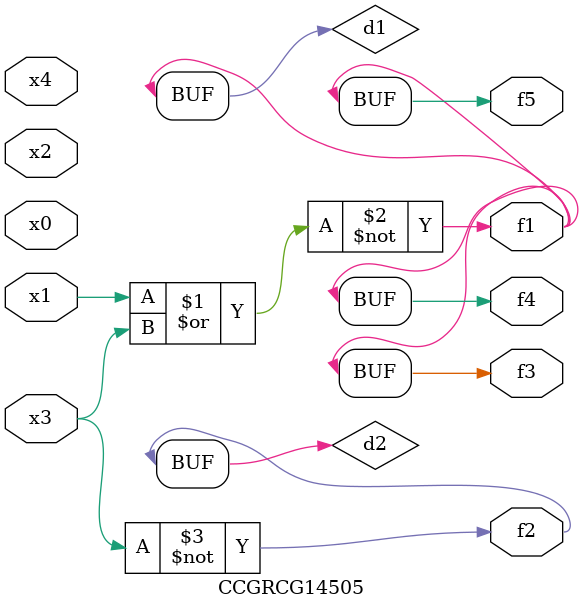
<source format=v>
module CCGRCG14505(
	input x0, x1, x2, x3, x4,
	output f1, f2, f3, f4, f5
);

	wire d1, d2;

	nor (d1, x1, x3);
	not (d2, x3);
	assign f1 = d1;
	assign f2 = d2;
	assign f3 = d1;
	assign f4 = d1;
	assign f5 = d1;
endmodule

</source>
